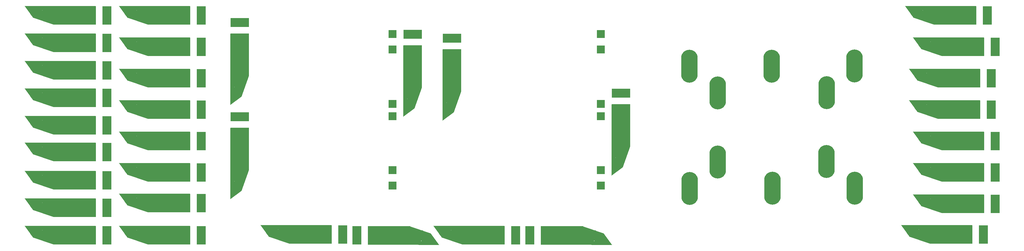
<source format=gbr>
G04 #@! TF.GenerationSoftware,KiCad,Pcbnew,(5.0.2-5-10.14)*
G04 #@! TF.CreationDate,2019-03-02T12:48:45-06:00*
G04 #@! TF.ProjectId,BackPanel,4261636b-5061-46e6-956c-2e6b69636164,rev?*
G04 #@! TF.SameCoordinates,Original*
G04 #@! TF.FileFunction,Paste,Top*
G04 #@! TF.FilePolarity,Positive*
%FSLAX46Y46*%
G04 Gerber Fmt 4.6, Leading zero omitted, Abs format (unit mm)*
G04 Created by KiCad (PCBNEW (5.0.2-5-10.14)) date Saturday, March 02, 2019 at 12:48:45 PM*
%MOMM*%
%LPD*%
G01*
G04 APERTURE LIST*
%ADD10R,2.500000X2.500000*%
%ADD11O,5.330000X10.660000*%
%ADD12R,15.000000X1.000000*%
%ADD13R,4.000000X1.500000*%
%ADD14C,3.231162*%
%ADD15C,0.100000*%
%ADD16C,3.402252*%
%ADD17R,13.720000X6.000000*%
%ADD18R,3.000000X6.000000*%
%ADD19R,6.000000X3.000000*%
%ADD20R,6.000000X13.720000*%
%ADD21R,1.500000X4.000000*%
%ADD22R,1.000000X15.000000*%
G04 APERTURE END LIST*
D10*
G04 #@! TO.C,SC1*
X238589913Y-161679427D03*
X238589913Y-156679427D03*
X238589913Y-139279427D03*
X238589913Y-135279427D03*
X238589913Y-117679427D03*
X238589913Y-112679427D03*
G04 #@! TD*
G04 #@! TO.C,SC2*
X171279913Y-112679427D03*
X171279913Y-117679427D03*
X171279913Y-135279427D03*
X171279913Y-139279427D03*
X171279913Y-156679427D03*
X171279913Y-161679427D03*
G04 #@! TD*
D11*
G04 #@! TO.C,SC3*
X276386000Y-131676000D03*
X311555000Y-131584000D03*
X267272000Y-123086000D03*
X293820000Y-123067000D03*
X320590000Y-122972000D03*
X311539000Y-153926000D03*
X276370000Y-154018000D03*
X320653000Y-162516000D03*
X294105000Y-162535000D03*
X267335000Y-162630000D03*
G04 #@! TD*
D12*
G04 #@! TO.C,SC4*
X67945000Y-148336000D03*
X66611500Y-148336000D03*
D13*
X60134500Y-148590000D03*
D14*
X55753000Y-149669500D03*
D15*
G36*
X52403000Y-147819500D02*
X59103000Y-147819500D01*
X56403000Y-151519500D01*
X55103000Y-151519500D01*
X52403000Y-147819500D01*
X52403000Y-147819500D01*
G37*
D16*
X58420000Y-150876000D03*
D15*
G36*
X61745000Y-147926000D02*
X61745000Y-153826000D01*
X55095000Y-151526000D01*
X55095000Y-150226000D01*
X61745000Y-147926000D01*
X61745000Y-147926000D01*
G37*
D17*
X68580000Y-150876000D03*
D18*
X78994000Y-150876000D03*
G04 #@! TD*
D12*
G04 #@! TO.C,SC5*
X351155000Y-175006000D03*
X349821500Y-175006000D03*
D13*
X343344500Y-175260000D03*
D14*
X338963000Y-176339500D03*
D15*
G36*
X335613000Y-174489500D02*
X342313000Y-174489500D01*
X339613000Y-178189500D01*
X338313000Y-178189500D01*
X335613000Y-174489500D01*
X335613000Y-174489500D01*
G37*
D16*
X341630000Y-177546000D03*
D15*
G36*
X344955000Y-174596000D02*
X344955000Y-180496000D01*
X338305000Y-178196000D01*
X338305000Y-176896000D01*
X344955000Y-174596000D01*
X344955000Y-174596000D01*
G37*
D17*
X351790000Y-177546000D03*
D18*
X362204000Y-177546000D03*
G04 #@! TD*
D12*
G04 #@! TO.C,SC6*
X67945000Y-113030000D03*
X66611500Y-113030000D03*
D13*
X60134500Y-113284000D03*
D14*
X55753000Y-114363500D03*
D15*
G36*
X52403000Y-112513500D02*
X59103000Y-112513500D01*
X56403000Y-116213500D01*
X55103000Y-116213500D01*
X52403000Y-112513500D01*
X52403000Y-112513500D01*
G37*
D16*
X58420000Y-115570000D03*
D15*
G36*
X61745000Y-112620000D02*
X61745000Y-118520000D01*
X55095000Y-116220000D01*
X55095000Y-114920000D01*
X61745000Y-112620000D01*
X61745000Y-112620000D01*
G37*
D17*
X68580000Y-115570000D03*
D18*
X78994000Y-115570000D03*
G04 #@! TD*
G04 #@! TO.C,SC7*
X78994000Y-160020000D03*
D17*
X68580000Y-160020000D03*
D16*
X58420000Y-160020000D03*
D15*
G36*
X61745000Y-157070000D02*
X61745000Y-162970000D01*
X55095000Y-160670000D01*
X55095000Y-159370000D01*
X61745000Y-157070000D01*
X61745000Y-157070000D01*
G37*
D14*
X55753000Y-158813500D03*
D15*
G36*
X52403000Y-156963500D02*
X59103000Y-156963500D01*
X56403000Y-160663500D01*
X55103000Y-160663500D01*
X52403000Y-156963500D01*
X52403000Y-156963500D01*
G37*
D13*
X60134500Y-157734000D03*
D12*
X66611500Y-157480000D03*
X67945000Y-157480000D03*
G04 #@! TD*
D18*
G04 #@! TO.C,SC8*
X215646000Y-177800000D03*
D17*
X226060000Y-177800000D03*
D16*
X236220000Y-177800000D03*
D15*
G36*
X232895000Y-180750000D02*
X232895000Y-174850000D01*
X239545000Y-177150000D01*
X239545000Y-178450000D01*
X232895000Y-180750000D01*
X232895000Y-180750000D01*
G37*
D14*
X238887000Y-179006500D03*
D15*
G36*
X242237000Y-180856500D02*
X235537000Y-180856500D01*
X238237000Y-177156500D01*
X239537000Y-177156500D01*
X242237000Y-180856500D01*
X242237000Y-180856500D01*
G37*
D13*
X234505500Y-180086000D03*
D12*
X228028500Y-180340000D03*
X226695000Y-180340000D03*
G04 #@! TD*
D18*
G04 #@! TO.C,SC9*
X78994000Y-124460000D03*
D17*
X68580000Y-124460000D03*
D16*
X58420000Y-124460000D03*
D15*
G36*
X61745000Y-121510000D02*
X61745000Y-127410000D01*
X55095000Y-125110000D01*
X55095000Y-123810000D01*
X61745000Y-121510000D01*
X61745000Y-121510000D01*
G37*
D14*
X55753000Y-123253500D03*
D15*
G36*
X52403000Y-121403500D02*
X59103000Y-121403500D01*
X56403000Y-125103500D01*
X55103000Y-125103500D01*
X52403000Y-121403500D01*
X52403000Y-121403500D01*
G37*
D13*
X60134500Y-122174000D03*
D12*
X66611500Y-121920000D03*
X67945000Y-121920000D03*
G04 #@! TD*
D18*
G04 #@! TO.C,SC10*
X78994000Y-168910000D03*
D17*
X68580000Y-168910000D03*
D16*
X58420000Y-168910000D03*
D15*
G36*
X61745000Y-165960000D02*
X61745000Y-171860000D01*
X55095000Y-169560000D01*
X55095000Y-168260000D01*
X61745000Y-165960000D01*
X61745000Y-165960000D01*
G37*
D14*
X55753000Y-167703500D03*
D15*
G36*
X52403000Y-165853500D02*
X59103000Y-165853500D01*
X56403000Y-169553500D01*
X55103000Y-169553500D01*
X52403000Y-165853500D01*
X52403000Y-165853500D01*
G37*
D13*
X60134500Y-166624000D03*
D12*
X66611500Y-166370000D03*
X67945000Y-166370000D03*
G04 #@! TD*
D18*
G04 #@! TO.C,SC11*
X78994000Y-133350000D03*
D17*
X68580000Y-133350000D03*
D16*
X58420000Y-133350000D03*
D15*
G36*
X61745000Y-130400000D02*
X61745000Y-136300000D01*
X55095000Y-134000000D01*
X55095000Y-132700000D01*
X61745000Y-130400000D01*
X61745000Y-130400000D01*
G37*
D14*
X55753000Y-132143500D03*
D15*
G36*
X52403000Y-130293500D02*
X59103000Y-130293500D01*
X56403000Y-133993500D01*
X55103000Y-133993500D01*
X52403000Y-130293500D01*
X52403000Y-130293500D01*
G37*
D13*
X60134500Y-131064000D03*
D12*
X66611500Y-130810000D03*
X67945000Y-130810000D03*
G04 #@! TD*
D18*
G04 #@! TO.C,SC12*
X78994000Y-177800000D03*
D17*
X68580000Y-177800000D03*
D16*
X58420000Y-177800000D03*
D15*
G36*
X61745000Y-174850000D02*
X61745000Y-180750000D01*
X55095000Y-178450000D01*
X55095000Y-177150000D01*
X61745000Y-174850000D01*
X61745000Y-174850000D01*
G37*
D14*
X55753000Y-176593500D03*
D15*
G36*
X52403000Y-174743500D02*
X59103000Y-174743500D01*
X56403000Y-178443500D01*
X55103000Y-178443500D01*
X52403000Y-174743500D01*
X52403000Y-174743500D01*
G37*
D13*
X60134500Y-175514000D03*
D12*
X66611500Y-175260000D03*
X67945000Y-175260000D03*
G04 #@! TD*
G04 #@! TO.C,SC13*
X67945000Y-139700000D03*
X66611500Y-139700000D03*
D13*
X60134500Y-139954000D03*
D14*
X55753000Y-141033500D03*
D15*
G36*
X52403000Y-139183500D02*
X59103000Y-139183500D01*
X56403000Y-142883500D01*
X55103000Y-142883500D01*
X52403000Y-139183500D01*
X52403000Y-139183500D01*
G37*
D16*
X58420000Y-142240000D03*
D15*
G36*
X61745000Y-139290000D02*
X61745000Y-145190000D01*
X55095000Y-142890000D01*
X55095000Y-141590000D01*
X61745000Y-139290000D01*
X61745000Y-139290000D01*
G37*
D17*
X68580000Y-142240000D03*
D18*
X78994000Y-142240000D03*
G04 #@! TD*
D12*
G04 #@! TO.C,SC14*
X354965000Y-165100000D03*
X353631500Y-165100000D03*
D13*
X347154500Y-165354000D03*
D14*
X342773000Y-166433500D03*
D15*
G36*
X339423000Y-164583500D02*
X346123000Y-164583500D01*
X343423000Y-168283500D01*
X342123000Y-168283500D01*
X339423000Y-164583500D01*
X339423000Y-164583500D01*
G37*
D16*
X345440000Y-167640000D03*
D15*
G36*
X348765000Y-164690000D02*
X348765000Y-170590000D01*
X342115000Y-168290000D01*
X342115000Y-166990000D01*
X348765000Y-164690000D01*
X348765000Y-164690000D01*
G37*
D17*
X355600000Y-167640000D03*
D18*
X366014000Y-167640000D03*
G04 #@! TD*
D12*
G04 #@! TO.C,SC15*
X98425000Y-164846000D03*
X97091500Y-164846000D03*
D13*
X90614500Y-165100000D03*
D14*
X86233000Y-166179500D03*
D15*
G36*
X82883000Y-164329500D02*
X89583000Y-164329500D01*
X86883000Y-168029500D01*
X85583000Y-168029500D01*
X82883000Y-164329500D01*
X82883000Y-164329500D01*
G37*
D16*
X88900000Y-167386000D03*
D15*
G36*
X92225000Y-164436000D02*
X92225000Y-170336000D01*
X85575000Y-168036000D01*
X85575000Y-166736000D01*
X92225000Y-164436000D01*
X92225000Y-164436000D01*
G37*
D17*
X99060000Y-167386000D03*
D18*
X109474000Y-167386000D03*
G04 #@! TD*
D12*
G04 #@! TO.C,SC16*
X354965000Y-154940000D03*
X353631500Y-154940000D03*
D13*
X347154500Y-155194000D03*
D14*
X342773000Y-156273500D03*
D15*
G36*
X339423000Y-154423500D02*
X346123000Y-154423500D01*
X343423000Y-158123500D01*
X342123000Y-158123500D01*
X339423000Y-154423500D01*
X339423000Y-154423500D01*
G37*
D16*
X345440000Y-157480000D03*
D15*
G36*
X348765000Y-154530000D02*
X348765000Y-160430000D01*
X342115000Y-158130000D01*
X342115000Y-156830000D01*
X348765000Y-154530000D01*
X348765000Y-154530000D01*
G37*
D17*
X355600000Y-157480000D03*
D18*
X366014000Y-157480000D03*
G04 #@! TD*
D12*
G04 #@! TO.C,SC17*
X98425000Y-154940000D03*
X97091500Y-154940000D03*
D13*
X90614500Y-155194000D03*
D14*
X86233000Y-156273500D03*
D15*
G36*
X82883000Y-154423500D02*
X89583000Y-154423500D01*
X86883000Y-158123500D01*
X85583000Y-158123500D01*
X82883000Y-154423500D01*
X82883000Y-154423500D01*
G37*
D16*
X88900000Y-157480000D03*
D15*
G36*
X92225000Y-154530000D02*
X92225000Y-160430000D01*
X85575000Y-158130000D01*
X85575000Y-156830000D01*
X92225000Y-154530000D01*
X92225000Y-154530000D01*
G37*
D17*
X99060000Y-157480000D03*
D18*
X109474000Y-157480000D03*
G04 #@! TD*
D12*
G04 #@! TO.C,SC18*
X354965000Y-144780000D03*
X353631500Y-144780000D03*
D13*
X347154500Y-145034000D03*
D14*
X342773000Y-146113500D03*
D15*
G36*
X339423000Y-144263500D02*
X346123000Y-144263500D01*
X343423000Y-147963500D01*
X342123000Y-147963500D01*
X339423000Y-144263500D01*
X339423000Y-144263500D01*
G37*
D16*
X345440000Y-147320000D03*
D15*
G36*
X348765000Y-144370000D02*
X348765000Y-150270000D01*
X342115000Y-147970000D01*
X342115000Y-146670000D01*
X348765000Y-144370000D01*
X348765000Y-144370000D01*
G37*
D17*
X355600000Y-147320000D03*
D18*
X366014000Y-147320000D03*
G04 #@! TD*
G04 #@! TO.C,SC19*
X109474000Y-177800000D03*
D17*
X99060000Y-177800000D03*
D16*
X88900000Y-177800000D03*
D15*
G36*
X92225000Y-174850000D02*
X92225000Y-180750000D01*
X85575000Y-178450000D01*
X85575000Y-177150000D01*
X92225000Y-174850000D01*
X92225000Y-174850000D01*
G37*
D14*
X86233000Y-176593500D03*
D15*
G36*
X82883000Y-174743500D02*
X89583000Y-174743500D01*
X86883000Y-178443500D01*
X85583000Y-178443500D01*
X82883000Y-174743500D01*
X82883000Y-174743500D01*
G37*
D13*
X90614500Y-175514000D03*
D12*
X97091500Y-175260000D03*
X98425000Y-175260000D03*
G04 #@! TD*
D18*
G04 #@! TO.C,SC20*
X78994000Y-106680000D03*
D17*
X68580000Y-106680000D03*
D16*
X58420000Y-106680000D03*
D15*
G36*
X61745000Y-103730000D02*
X61745000Y-109630000D01*
X55095000Y-107330000D01*
X55095000Y-106030000D01*
X61745000Y-103730000D01*
X61745000Y-103730000D01*
G37*
D14*
X55753000Y-105473500D03*
D15*
G36*
X52403000Y-103623500D02*
X59103000Y-103623500D01*
X56403000Y-107323500D01*
X55103000Y-107323500D01*
X52403000Y-103623500D01*
X52403000Y-103623500D01*
G37*
D13*
X60134500Y-104394000D03*
D12*
X66611500Y-104140000D03*
X67945000Y-104140000D03*
G04 #@! TD*
D18*
G04 #@! TO.C,SC21*
X364744000Y-137160000D03*
D17*
X354330000Y-137160000D03*
D16*
X344170000Y-137160000D03*
D15*
G36*
X347495000Y-134210000D02*
X347495000Y-140110000D01*
X340845000Y-137810000D01*
X340845000Y-136510000D01*
X347495000Y-134210000D01*
X347495000Y-134210000D01*
G37*
D14*
X341503000Y-135953500D03*
D15*
G36*
X338153000Y-134103500D02*
X344853000Y-134103500D01*
X342153000Y-137803500D01*
X340853000Y-137803500D01*
X338153000Y-134103500D01*
X338153000Y-134103500D01*
G37*
D13*
X345884500Y-134874000D03*
D12*
X352361500Y-134620000D03*
X353695000Y-134620000D03*
G04 #@! TD*
D19*
G04 #@! TO.C,SC22*
X121920000Y-139446000D03*
D20*
X121920000Y-149860000D03*
D16*
X121920000Y-160020000D03*
D15*
G36*
X118970000Y-156695000D02*
X124870000Y-156695000D01*
X122570000Y-163345000D01*
X121270000Y-163345000D01*
X118970000Y-156695000D01*
X118970000Y-156695000D01*
G37*
D14*
X120713500Y-162687000D03*
D15*
G36*
X118863500Y-166037000D02*
X118863500Y-159337000D01*
X122563500Y-162037000D01*
X122563500Y-163337000D01*
X118863500Y-166037000D01*
X118863500Y-166037000D01*
G37*
D21*
X119634000Y-158305500D03*
D22*
X119380000Y-151828500D03*
X119380000Y-150495000D03*
G04 #@! TD*
D18*
G04 #@! TO.C,SC23*
X109474000Y-147320000D03*
D17*
X99060000Y-147320000D03*
D16*
X88900000Y-147320000D03*
D15*
G36*
X92225000Y-144370000D02*
X92225000Y-150270000D01*
X85575000Y-147970000D01*
X85575000Y-146670000D01*
X92225000Y-144370000D01*
X92225000Y-144370000D01*
G37*
D14*
X86233000Y-146113500D03*
D15*
G36*
X82883000Y-144263500D02*
X89583000Y-144263500D01*
X86883000Y-147963500D01*
X85583000Y-147963500D01*
X82883000Y-144263500D01*
X82883000Y-144263500D01*
G37*
D13*
X90614500Y-145034000D03*
D12*
X97091500Y-144780000D03*
X98425000Y-144780000D03*
G04 #@! TD*
D18*
G04 #@! TO.C,SC24*
X364744000Y-127000000D03*
D17*
X354330000Y-127000000D03*
D16*
X344170000Y-127000000D03*
D15*
G36*
X347495000Y-124050000D02*
X347495000Y-129950000D01*
X340845000Y-127650000D01*
X340845000Y-126350000D01*
X347495000Y-124050000D01*
X347495000Y-124050000D01*
G37*
D14*
X341503000Y-125793500D03*
D15*
G36*
X338153000Y-123943500D02*
X344853000Y-123943500D01*
X342153000Y-127643500D01*
X340853000Y-127643500D01*
X338153000Y-123943500D01*
X338153000Y-123943500D01*
G37*
D13*
X345884500Y-124714000D03*
D12*
X352361500Y-124460000D03*
X353695000Y-124460000D03*
G04 #@! TD*
G04 #@! TO.C,SC25*
X170815000Y-180340000D03*
X172148500Y-180340000D03*
D13*
X178625500Y-180086000D03*
D14*
X183007000Y-179006500D03*
D15*
G36*
X186357000Y-180856500D02*
X179657000Y-180856500D01*
X182357000Y-177156500D01*
X183657000Y-177156500D01*
X186357000Y-180856500D01*
X186357000Y-180856500D01*
G37*
D16*
X180340000Y-177800000D03*
D15*
G36*
X177015000Y-180750000D02*
X177015000Y-174850000D01*
X183665000Y-177150000D01*
X183665000Y-178450000D01*
X177015000Y-180750000D01*
X177015000Y-180750000D01*
G37*
D17*
X170180000Y-177800000D03*
D18*
X159766000Y-177800000D03*
G04 #@! TD*
D12*
G04 #@! TO.C,SC26*
X354965000Y-114300000D03*
X353631500Y-114300000D03*
D13*
X347154500Y-114554000D03*
D14*
X342773000Y-115633500D03*
D15*
G36*
X339423000Y-113783500D02*
X346123000Y-113783500D01*
X343423000Y-117483500D01*
X342123000Y-117483500D01*
X339423000Y-113783500D01*
X339423000Y-113783500D01*
G37*
D16*
X345440000Y-116840000D03*
D15*
G36*
X348765000Y-113890000D02*
X348765000Y-119790000D01*
X342115000Y-117490000D01*
X342115000Y-116190000D01*
X348765000Y-113890000D01*
X348765000Y-113890000D01*
G37*
D17*
X355600000Y-116840000D03*
D18*
X366014000Y-116840000D03*
G04 #@! TD*
D12*
G04 #@! TO.C,SC27*
X98425000Y-134620000D03*
X97091500Y-134620000D03*
D13*
X90614500Y-134874000D03*
D14*
X86233000Y-135953500D03*
D15*
G36*
X82883000Y-134103500D02*
X89583000Y-134103500D01*
X86883000Y-137803500D01*
X85583000Y-137803500D01*
X82883000Y-134103500D01*
X82883000Y-134103500D01*
G37*
D16*
X88900000Y-137160000D03*
D15*
G36*
X92225000Y-134210000D02*
X92225000Y-140110000D01*
X85575000Y-137810000D01*
X85575000Y-136510000D01*
X92225000Y-134210000D01*
X92225000Y-134210000D01*
G37*
D17*
X99060000Y-137160000D03*
D18*
X109474000Y-137160000D03*
G04 #@! TD*
D12*
G04 #@! TO.C,SC28*
X352425000Y-104140000D03*
X351091500Y-104140000D03*
D13*
X344614500Y-104394000D03*
D14*
X340233000Y-105473500D03*
D15*
G36*
X336883000Y-103623500D02*
X343583000Y-103623500D01*
X340883000Y-107323500D01*
X339583000Y-107323500D01*
X336883000Y-103623500D01*
X336883000Y-103623500D01*
G37*
D16*
X342900000Y-106680000D03*
D15*
G36*
X346225000Y-103730000D02*
X346225000Y-109630000D01*
X339575000Y-107330000D01*
X339575000Y-106030000D01*
X346225000Y-103730000D01*
X346225000Y-103730000D01*
G37*
D17*
X353060000Y-106680000D03*
D18*
X363474000Y-106680000D03*
G04 #@! TD*
D12*
G04 #@! TO.C,SC29*
X200025000Y-175260000D03*
X198691500Y-175260000D03*
D13*
X192214500Y-175514000D03*
D14*
X187833000Y-176593500D03*
D15*
G36*
X184483000Y-174743500D02*
X191183000Y-174743500D01*
X188483000Y-178443500D01*
X187183000Y-178443500D01*
X184483000Y-174743500D01*
X184483000Y-174743500D01*
G37*
D16*
X190500000Y-177800000D03*
D15*
G36*
X193825000Y-174850000D02*
X193825000Y-180750000D01*
X187175000Y-178450000D01*
X187175000Y-177150000D01*
X193825000Y-174850000D01*
X193825000Y-174850000D01*
G37*
D17*
X200660000Y-177800000D03*
D18*
X211074000Y-177800000D03*
G04 #@! TD*
D22*
G04 #@! TO.C,SC30*
X119380000Y-120015000D03*
X119380000Y-121348500D03*
D21*
X119634000Y-127825500D03*
D14*
X120713500Y-132207000D03*
D15*
G36*
X118863500Y-135557000D02*
X118863500Y-128857000D01*
X122563500Y-131557000D01*
X122563500Y-132857000D01*
X118863500Y-135557000D01*
X118863500Y-135557000D01*
G37*
D16*
X121920000Y-129540000D03*
D15*
G36*
X118970000Y-126215000D02*
X124870000Y-126215000D01*
X122570000Y-132865000D01*
X121270000Y-132865000D01*
X118970000Y-126215000D01*
X118970000Y-126215000D01*
G37*
D20*
X121920000Y-119380000D03*
D19*
X121920000Y-108966000D03*
G04 #@! TD*
D18*
G04 #@! TO.C,SC31*
X155194000Y-177546000D03*
D17*
X144780000Y-177546000D03*
D16*
X134620000Y-177546000D03*
D15*
G36*
X137945000Y-174596000D02*
X137945000Y-180496000D01*
X131295000Y-178196000D01*
X131295000Y-176896000D01*
X137945000Y-174596000D01*
X137945000Y-174596000D01*
G37*
D14*
X131953000Y-176339500D03*
D15*
G36*
X128603000Y-174489500D02*
X135303000Y-174489500D01*
X132603000Y-178189500D01*
X131303000Y-178189500D01*
X128603000Y-174489500D01*
X128603000Y-174489500D01*
G37*
D13*
X136334500Y-175260000D03*
D12*
X142811500Y-175006000D03*
X144145000Y-175006000D03*
G04 #@! TD*
D19*
G04 #@! TO.C,SC32*
X177800000Y-112776000D03*
D20*
X177800000Y-123190000D03*
D16*
X177800000Y-133350000D03*
D15*
G36*
X174850000Y-130025000D02*
X180750000Y-130025000D01*
X178450000Y-136675000D01*
X177150000Y-136675000D01*
X174850000Y-130025000D01*
X174850000Y-130025000D01*
G37*
D14*
X176593500Y-136017000D03*
D15*
G36*
X174743500Y-139367000D02*
X174743500Y-132667000D01*
X178443500Y-135367000D01*
X178443500Y-136667000D01*
X174743500Y-139367000D01*
X174743500Y-139367000D01*
G37*
D21*
X175514000Y-131635500D03*
D22*
X175260000Y-125158500D03*
X175260000Y-123825000D03*
G04 #@! TD*
D18*
G04 #@! TO.C,SC33*
X109474000Y-127000000D03*
D17*
X99060000Y-127000000D03*
D16*
X88900000Y-127000000D03*
D15*
G36*
X92225000Y-124050000D02*
X92225000Y-129950000D01*
X85575000Y-127650000D01*
X85575000Y-126350000D01*
X92225000Y-124050000D01*
X92225000Y-124050000D01*
G37*
D14*
X86233000Y-125793500D03*
D15*
G36*
X82883000Y-123943500D02*
X89583000Y-123943500D01*
X86883000Y-127643500D01*
X85583000Y-127643500D01*
X82883000Y-123943500D01*
X82883000Y-123943500D01*
G37*
D13*
X90614500Y-124714000D03*
D12*
X97091500Y-124460000D03*
X98425000Y-124460000D03*
G04 #@! TD*
D19*
G04 #@! TO.C,SC34*
X190500000Y-114046000D03*
D20*
X190500000Y-124460000D03*
D16*
X190500000Y-134620000D03*
D15*
G36*
X187550000Y-131295000D02*
X193450000Y-131295000D01*
X191150000Y-137945000D01*
X189850000Y-137945000D01*
X187550000Y-131295000D01*
X187550000Y-131295000D01*
G37*
D14*
X189293500Y-137287000D03*
D15*
G36*
X187443500Y-140637000D02*
X187443500Y-133937000D01*
X191143500Y-136637000D01*
X191143500Y-137937000D01*
X187443500Y-140637000D01*
X187443500Y-140637000D01*
G37*
D21*
X188214000Y-132905500D03*
D22*
X187960000Y-126428500D03*
X187960000Y-125095000D03*
G04 #@! TD*
D19*
G04 #@! TO.C,SC35*
X245110000Y-131826000D03*
D20*
X245110000Y-142240000D03*
D16*
X245110000Y-152400000D03*
D15*
G36*
X242160000Y-149075000D02*
X248060000Y-149075000D01*
X245760000Y-155725000D01*
X244460000Y-155725000D01*
X242160000Y-149075000D01*
X242160000Y-149075000D01*
G37*
D14*
X243903500Y-155067000D03*
D15*
G36*
X242053500Y-158417000D02*
X242053500Y-151717000D01*
X245753500Y-154417000D01*
X245753500Y-155717000D01*
X242053500Y-158417000D01*
X242053500Y-158417000D01*
G37*
D21*
X242824000Y-150685500D03*
D22*
X242570000Y-144208500D03*
X242570000Y-142875000D03*
G04 #@! TD*
D12*
G04 #@! TO.C,SC36*
X98425000Y-114300000D03*
X97091500Y-114300000D03*
D13*
X90614500Y-114554000D03*
D14*
X86233000Y-115633500D03*
D15*
G36*
X82883000Y-113783500D02*
X89583000Y-113783500D01*
X86883000Y-117483500D01*
X85583000Y-117483500D01*
X82883000Y-113783500D01*
X82883000Y-113783500D01*
G37*
D16*
X88900000Y-116840000D03*
D15*
G36*
X92225000Y-113890000D02*
X92225000Y-119790000D01*
X85575000Y-117490000D01*
X85575000Y-116190000D01*
X92225000Y-113890000D01*
X92225000Y-113890000D01*
G37*
D17*
X99060000Y-116840000D03*
D18*
X109474000Y-116840000D03*
G04 #@! TD*
D12*
G04 #@! TO.C,SC37*
X98425000Y-104140000D03*
X97091500Y-104140000D03*
D13*
X90614500Y-104394000D03*
D14*
X86233000Y-105473500D03*
D15*
G36*
X82883000Y-103623500D02*
X89583000Y-103623500D01*
X86883000Y-107323500D01*
X85583000Y-107323500D01*
X82883000Y-103623500D01*
X82883000Y-103623500D01*
G37*
D16*
X88900000Y-106680000D03*
D15*
G36*
X92225000Y-103730000D02*
X92225000Y-109630000D01*
X85575000Y-107330000D01*
X85575000Y-106030000D01*
X92225000Y-103730000D01*
X92225000Y-103730000D01*
G37*
D17*
X99060000Y-106680000D03*
D18*
X109474000Y-106680000D03*
G04 #@! TD*
M02*

</source>
